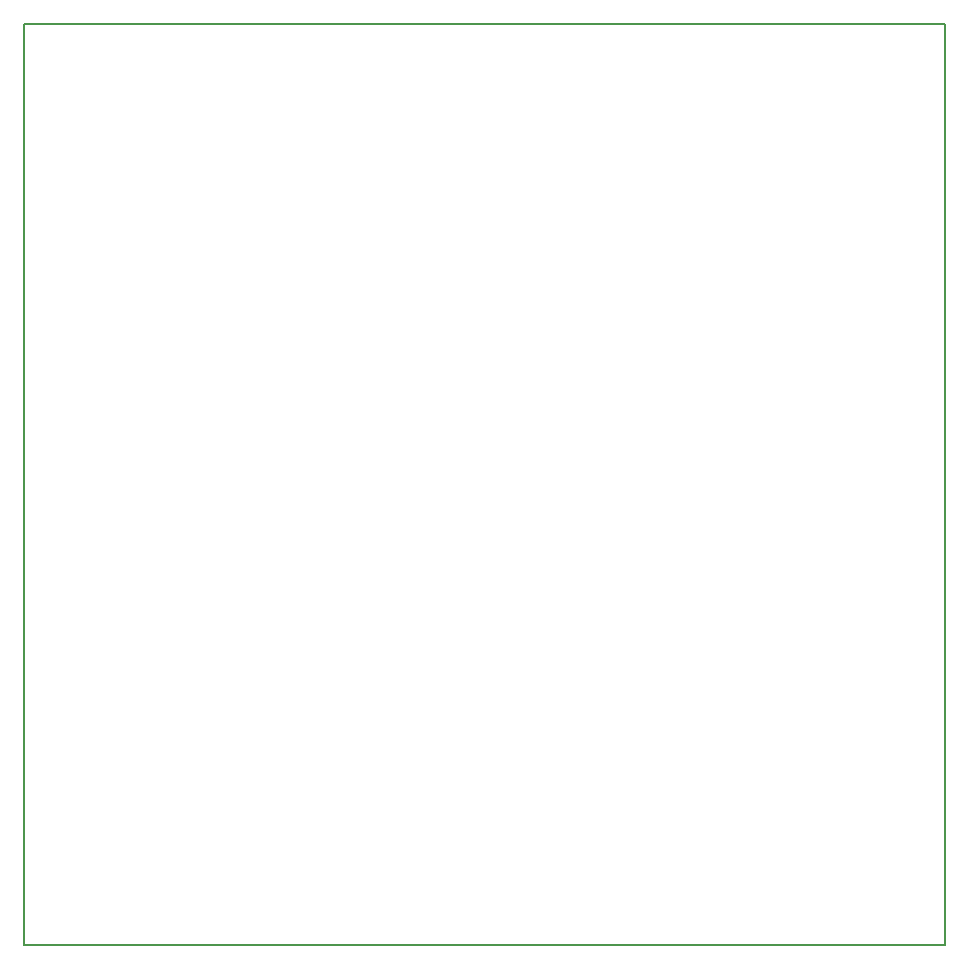
<source format=gbr>
G04 #@! TF.GenerationSoftware,KiCad,Pcbnew,5.0.0*
G04 #@! TF.CreationDate,2018-10-14T14:04:32-03:00*
G04 #@! TF.ProjectId,ShieldIoT-IFSP,536869656C64496F542D494653502E6B,3.4*
G04 #@! TF.SameCoordinates,Original*
G04 #@! TF.FileFunction,Profile,NP*
%FSLAX46Y46*%
G04 Gerber Fmt 4.6, Leading zero omitted, Abs format (unit mm)*
G04 Created by KiCad (PCBNEW 5.0.0) date Sun Oct 14 14:04:32 2018*
%MOMM*%
%LPD*%
G01*
G04 APERTURE LIST*
%ADD10C,0.150000*%
G04 APERTURE END LIST*
D10*
X84000000Y-13000000D02*
X91000000Y-13000000D01*
X91000000Y-91000000D02*
X91000000Y-13000000D01*
X13000000Y-91000000D02*
X91000000Y-91000000D01*
X13000000Y-84000000D02*
X13000000Y-91000000D01*
X84000000Y-13000000D02*
X83000000Y-13000000D01*
X13000000Y-83000000D02*
X13000000Y-84000000D01*
X13000000Y-13000000D02*
X13000000Y-83000000D01*
X83000000Y-13000000D02*
X13000000Y-13000000D01*
M02*

</source>
